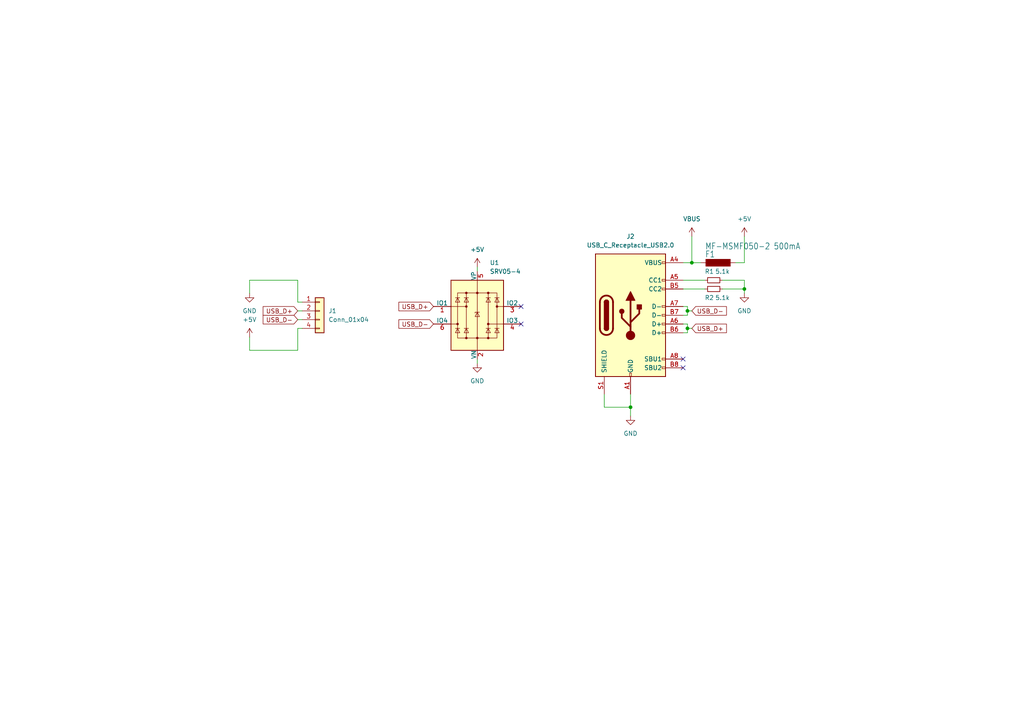
<source format=kicad_sch>
(kicad_sch (version 20230121) (generator eeschema)

  (uuid 98c574d5-c74a-4038-abd3-a05a2c532b24)

  (paper "A4")

  (lib_symbols
    (symbol "Connector:USB_C_Receptacle_USB2.0" (pin_names (offset 1.016)) (in_bom yes) (on_board yes)
      (property "Reference" "J" (at -10.16 19.05 0)
        (effects (font (size 1.27 1.27)) (justify left))
      )
      (property "Value" "USB_C_Receptacle_USB2.0" (at 19.05 19.05 0)
        (effects (font (size 1.27 1.27)) (justify right))
      )
      (property "Footprint" "" (at 3.81 0 0)
        (effects (font (size 1.27 1.27)) hide)
      )
      (property "Datasheet" "https://www.usb.org/sites/default/files/documents/usb_type-c.zip" (at 3.81 0 0)
        (effects (font (size 1.27 1.27)) hide)
      )
      (property "ki_keywords" "usb universal serial bus type-C USB2.0" (at 0 0 0)
        (effects (font (size 1.27 1.27)) hide)
      )
      (property "ki_description" "USB 2.0-only Type-C Receptacle connector" (at 0 0 0)
        (effects (font (size 1.27 1.27)) hide)
      )
      (property "ki_fp_filters" "USB*C*Receptacle*" (at 0 0 0)
        (effects (font (size 1.27 1.27)) hide)
      )
      (symbol "USB_C_Receptacle_USB2.0_0_0"
        (rectangle (start -0.254 -17.78) (end 0.254 -16.764)
          (stroke (width 0) (type default))
          (fill (type none))
        )
        (rectangle (start 10.16 -14.986) (end 9.144 -15.494)
          (stroke (width 0) (type default))
          (fill (type none))
        )
        (rectangle (start 10.16 -12.446) (end 9.144 -12.954)
          (stroke (width 0) (type default))
          (fill (type none))
        )
        (rectangle (start 10.16 -4.826) (end 9.144 -5.334)
          (stroke (width 0) (type default))
          (fill (type none))
        )
        (rectangle (start 10.16 -2.286) (end 9.144 -2.794)
          (stroke (width 0) (type default))
          (fill (type none))
        )
        (rectangle (start 10.16 0.254) (end 9.144 -0.254)
          (stroke (width 0) (type default))
          (fill (type none))
        )
        (rectangle (start 10.16 2.794) (end 9.144 2.286)
          (stroke (width 0) (type default))
          (fill (type none))
        )
        (rectangle (start 10.16 7.874) (end 9.144 7.366)
          (stroke (width 0) (type default))
          (fill (type none))
        )
        (rectangle (start 10.16 10.414) (end 9.144 9.906)
          (stroke (width 0) (type default))
          (fill (type none))
        )
        (rectangle (start 10.16 15.494) (end 9.144 14.986)
          (stroke (width 0) (type default))
          (fill (type none))
        )
      )
      (symbol "USB_C_Receptacle_USB2.0_0_1"
        (rectangle (start -10.16 17.78) (end 10.16 -17.78)
          (stroke (width 0.254) (type default))
          (fill (type background))
        )
        (arc (start -8.89 -3.81) (mid -6.985 -5.7067) (end -5.08 -3.81)
          (stroke (width 0.508) (type default))
          (fill (type none))
        )
        (arc (start -7.62 -3.81) (mid -6.985 -4.4423) (end -6.35 -3.81)
          (stroke (width 0.254) (type default))
          (fill (type none))
        )
        (arc (start -7.62 -3.81) (mid -6.985 -4.4423) (end -6.35 -3.81)
          (stroke (width 0.254) (type default))
          (fill (type outline))
        )
        (rectangle (start -7.62 -3.81) (end -6.35 3.81)
          (stroke (width 0.254) (type default))
          (fill (type outline))
        )
        (arc (start -6.35 3.81) (mid -6.985 4.4423) (end -7.62 3.81)
          (stroke (width 0.254) (type default))
          (fill (type none))
        )
        (arc (start -6.35 3.81) (mid -6.985 4.4423) (end -7.62 3.81)
          (stroke (width 0.254) (type default))
          (fill (type outline))
        )
        (arc (start -5.08 3.81) (mid -6.985 5.7067) (end -8.89 3.81)
          (stroke (width 0.508) (type default))
          (fill (type none))
        )
        (circle (center -2.54 1.143) (radius 0.635)
          (stroke (width 0.254) (type default))
          (fill (type outline))
        )
        (circle (center 0 -5.842) (radius 1.27)
          (stroke (width 0) (type default))
          (fill (type outline))
        )
        (polyline
          (pts
            (xy -8.89 -3.81)
            (xy -8.89 3.81)
          )
          (stroke (width 0.508) (type default))
          (fill (type none))
        )
        (polyline
          (pts
            (xy -5.08 3.81)
            (xy -5.08 -3.81)
          )
          (stroke (width 0.508) (type default))
          (fill (type none))
        )
        (polyline
          (pts
            (xy 0 -5.842)
            (xy 0 4.318)
          )
          (stroke (width 0.508) (type default))
          (fill (type none))
        )
        (polyline
          (pts
            (xy 0 -3.302)
            (xy -2.54 -0.762)
            (xy -2.54 0.508)
          )
          (stroke (width 0.508) (type default))
          (fill (type none))
        )
        (polyline
          (pts
            (xy 0 -2.032)
            (xy 2.54 0.508)
            (xy 2.54 1.778)
          )
          (stroke (width 0.508) (type default))
          (fill (type none))
        )
        (polyline
          (pts
            (xy -1.27 4.318)
            (xy 0 6.858)
            (xy 1.27 4.318)
            (xy -1.27 4.318)
          )
          (stroke (width 0.254) (type default))
          (fill (type outline))
        )
        (rectangle (start 1.905 1.778) (end 3.175 3.048)
          (stroke (width 0.254) (type default))
          (fill (type outline))
        )
      )
      (symbol "USB_C_Receptacle_USB2.0_1_1"
        (pin passive line (at 0 -22.86 90) (length 5.08)
          (name "GND" (effects (font (size 1.27 1.27))))
          (number "A1" (effects (font (size 1.27 1.27))))
        )
        (pin passive line (at 0 -22.86 90) (length 5.08) hide
          (name "GND" (effects (font (size 1.27 1.27))))
          (number "A12" (effects (font (size 1.27 1.27))))
        )
        (pin passive line (at 15.24 15.24 180) (length 5.08)
          (name "VBUS" (effects (font (size 1.27 1.27))))
          (number "A4" (effects (font (size 1.27 1.27))))
        )
        (pin bidirectional line (at 15.24 10.16 180) (length 5.08)
          (name "CC1" (effects (font (size 1.27 1.27))))
          (number "A5" (effects (font (size 1.27 1.27))))
        )
        (pin bidirectional line (at 15.24 -2.54 180) (length 5.08)
          (name "D+" (effects (font (size 1.27 1.27))))
          (number "A6" (effects (font (size 1.27 1.27))))
        )
        (pin bidirectional line (at 15.24 2.54 180) (length 5.08)
          (name "D-" (effects (font (size 1.27 1.27))))
          (number "A7" (effects (font (size 1.27 1.27))))
        )
        (pin bidirectional line (at 15.24 -12.7 180) (length 5.08)
          (name "SBU1" (effects (font (size 1.27 1.27))))
          (number "A8" (effects (font (size 1.27 1.27))))
        )
        (pin passive line (at 15.24 15.24 180) (length 5.08) hide
          (name "VBUS" (effects (font (size 1.27 1.27))))
          (number "A9" (effects (font (size 1.27 1.27))))
        )
        (pin passive line (at 0 -22.86 90) (length 5.08) hide
          (name "GND" (effects (font (size 1.27 1.27))))
          (number "B1" (effects (font (size 1.27 1.27))))
        )
        (pin passive line (at 0 -22.86 90) (length 5.08) hide
          (name "GND" (effects (font (size 1.27 1.27))))
          (number "B12" (effects (font (size 1.27 1.27))))
        )
        (pin passive line (at 15.24 15.24 180) (length 5.08) hide
          (name "VBUS" (effects (font (size 1.27 1.27))))
          (number "B4" (effects (font (size 1.27 1.27))))
        )
        (pin bidirectional line (at 15.24 7.62 180) (length 5.08)
          (name "CC2" (effects (font (size 1.27 1.27))))
          (number "B5" (effects (font (size 1.27 1.27))))
        )
        (pin bidirectional line (at 15.24 -5.08 180) (length 5.08)
          (name "D+" (effects (font (size 1.27 1.27))))
          (number "B6" (effects (font (size 1.27 1.27))))
        )
        (pin bidirectional line (at 15.24 0 180) (length 5.08)
          (name "D-" (effects (font (size 1.27 1.27))))
          (number "B7" (effects (font (size 1.27 1.27))))
        )
        (pin bidirectional line (at 15.24 -15.24 180) (length 5.08)
          (name "SBU2" (effects (font (size 1.27 1.27))))
          (number "B8" (effects (font (size 1.27 1.27))))
        )
        (pin passive line (at 15.24 15.24 180) (length 5.08) hide
          (name "VBUS" (effects (font (size 1.27 1.27))))
          (number "B9" (effects (font (size 1.27 1.27))))
        )
        (pin passive line (at -7.62 -22.86 90) (length 5.08)
          (name "SHIELD" (effects (font (size 1.27 1.27))))
          (number "S1" (effects (font (size 1.27 1.27))))
        )
      )
    )
    (symbol "Connector_Generic:Conn_01x04" (pin_names (offset 1.016) hide) (in_bom yes) (on_board yes)
      (property "Reference" "J" (at 0 5.08 0)
        (effects (font (size 1.27 1.27)))
      )
      (property "Value" "Conn_01x04" (at 0 -7.62 0)
        (effects (font (size 1.27 1.27)))
      )
      (property "Footprint" "" (at 0 0 0)
        (effects (font (size 1.27 1.27)) hide)
      )
      (property "Datasheet" "~" (at 0 0 0)
        (effects (font (size 1.27 1.27)) hide)
      )
      (property "ki_keywords" "connector" (at 0 0 0)
        (effects (font (size 1.27 1.27)) hide)
      )
      (property "ki_description" "Generic connector, single row, 01x04, script generated (kicad-library-utils/schlib/autogen/connector/)" (at 0 0 0)
        (effects (font (size 1.27 1.27)) hide)
      )
      (property "ki_fp_filters" "Connector*:*_1x??_*" (at 0 0 0)
        (effects (font (size 1.27 1.27)) hide)
      )
      (symbol "Conn_01x04_1_1"
        (rectangle (start -1.27 -4.953) (end 0 -5.207)
          (stroke (width 0.1524) (type default))
          (fill (type none))
        )
        (rectangle (start -1.27 -2.413) (end 0 -2.667)
          (stroke (width 0.1524) (type default))
          (fill (type none))
        )
        (rectangle (start -1.27 0.127) (end 0 -0.127)
          (stroke (width 0.1524) (type default))
          (fill (type none))
        )
        (rectangle (start -1.27 2.667) (end 0 2.413)
          (stroke (width 0.1524) (type default))
          (fill (type none))
        )
        (rectangle (start -1.27 3.81) (end 1.27 -6.35)
          (stroke (width 0.254) (type default))
          (fill (type background))
        )
        (pin passive line (at -5.08 2.54 0) (length 3.81)
          (name "Pin_1" (effects (font (size 1.27 1.27))))
          (number "1" (effects (font (size 1.27 1.27))))
        )
        (pin passive line (at -5.08 0 0) (length 3.81)
          (name "Pin_2" (effects (font (size 1.27 1.27))))
          (number "2" (effects (font (size 1.27 1.27))))
        )
        (pin passive line (at -5.08 -2.54 0) (length 3.81)
          (name "Pin_3" (effects (font (size 1.27 1.27))))
          (number "3" (effects (font (size 1.27 1.27))))
        )
        (pin passive line (at -5.08 -5.08 0) (length 3.81)
          (name "Pin_4" (effects (font (size 1.27 1.27))))
          (number "4" (effects (font (size 1.27 1.27))))
        )
      )
    )
    (symbol "Device:R_Small" (pin_numbers hide) (pin_names (offset 0.254) hide) (in_bom yes) (on_board yes)
      (property "Reference" "R" (at 0.762 0.508 0)
        (effects (font (size 1.27 1.27)) (justify left))
      )
      (property "Value" "R_Small" (at 0.762 -1.016 0)
        (effects (font (size 1.27 1.27)) (justify left))
      )
      (property "Footprint" "" (at 0 0 0)
        (effects (font (size 1.27 1.27)) hide)
      )
      (property "Datasheet" "~" (at 0 0 0)
        (effects (font (size 1.27 1.27)) hide)
      )
      (property "ki_keywords" "R resistor" (at 0 0 0)
        (effects (font (size 1.27 1.27)) hide)
      )
      (property "ki_description" "Resistor, small symbol" (at 0 0 0)
        (effects (font (size 1.27 1.27)) hide)
      )
      (property "ki_fp_filters" "R_*" (at 0 0 0)
        (effects (font (size 1.27 1.27)) hide)
      )
      (symbol "R_Small_0_1"
        (rectangle (start -0.762 1.778) (end 0.762 -1.778)
          (stroke (width 0.2032) (type default))
          (fill (type none))
        )
      )
      (symbol "R_Small_1_1"
        (pin passive line (at 0 2.54 270) (length 0.762)
          (name "~" (effects (font (size 1.27 1.27))))
          (number "1" (effects (font (size 1.27 1.27))))
        )
        (pin passive line (at 0 -2.54 90) (length 0.762)
          (name "~" (effects (font (size 1.27 1.27))))
          (number "2" (effects (font (size 1.27 1.27))))
        )
      )
    )
    (symbol "Leonardo_Rev3e:L-EUL1812" (in_bom yes) (on_board yes)
      (property "Reference" "L" (at -1.4986 -3.81 90)
        (effects (font (size 1.778 1.5113)) (justify left bottom))
      )
      (property "Value" "L-EUL1812" (at 3.302 -3.81 90)
        (effects (font (size 1.778 1.5113)) (justify left bottom))
      )
      (property "Footprint" "Leonardo_Rev3e:L1812" (at 0 0 0)
        (effects (font (size 1.27 1.27)) hide)
      )
      (property "Datasheet" "" (at 0 0 0)
        (effects (font (size 1.27 1.27)) hide)
      )
      (property "ki_locked" "" (at 0 0 0)
        (effects (font (size 1.27 1.27)))
      )
      (symbol "L-EUL1812_1_0"
        (rectangle (start -1.016 -3.556) (end 1.016 3.556)
          (stroke (width 0) (type default))
          (fill (type outline))
        )
        (pin passive line (at 0 5.08 270) (length 2.54)
          (name "1" (effects (font (size 0 0))))
          (number "1" (effects (font (size 0 0))))
        )
        (pin passive line (at 0 -5.08 90) (length 2.54)
          (name "2" (effects (font (size 0 0))))
          (number "2" (effects (font (size 0 0))))
        )
      )
    )
    (symbol "PCM_marbastlib-various:SRV05-4" (pin_names (offset 0)) (in_bom yes) (on_board yes)
      (property "Reference" "U" (at -5.08 11.43 0)
        (effects (font (size 1.27 1.27)) (justify right))
      )
      (property "Value" "SRV05-4" (at 2.54 11.43 0)
        (effects (font (size 1.27 1.27)) (justify left))
      )
      (property "Footprint" "PCM_marbastlib-various:SOT-23-6-routable" (at 17.78 -11.43 0)
        (effects (font (size 1.27 1.27)) hide)
      )
      (property "Datasheet" "http://www.onsemi.com/pub/Collateral/SRV05-4-D.PDF" (at 0 0 0)
        (effects (font (size 1.27 1.27)) hide)
      )
      (property "ki_keywords" "ESD protection diodes" (at 0 0 0)
        (effects (font (size 1.27 1.27)) hide)
      )
      (property "ki_description" "ESD Protection Diodes with Low Clamping Voltage, SOT-23-6" (at 0 0 0)
        (effects (font (size 1.27 1.27)) hide)
      )
      (property "ki_fp_filters" "SOT?23*" (at 0 0 0)
        (effects (font (size 1.27 1.27)) hide)
      )
      (symbol "SRV05-4_0_0"
        (rectangle (start -5.715 6.477) (end 5.715 -6.604)
          (stroke (width 0) (type default))
          (fill (type none))
        )
        (polyline
          (pts
            (xy -3.175 -6.604)
            (xy -3.175 6.477)
          )
          (stroke (width 0) (type default))
          (fill (type none))
        )
        (polyline
          (pts
            (xy 3.175 6.477)
            (xy 3.175 -6.604)
          )
          (stroke (width 0) (type default))
          (fill (type none))
        )
      )
      (symbol "SRV05-4_0_1"
        (rectangle (start -7.62 10.16) (end 7.62 -10.16)
          (stroke (width 0.254) (type default))
          (fill (type background))
        )
        (circle (center -5.715 -2.54) (radius 0.2794)
          (stroke (width 0) (type default))
          (fill (type outline))
        )
        (circle (center -3.175 -6.604) (radius 0.2794)
          (stroke (width 0) (type default))
          (fill (type outline))
        )
        (circle (center -3.175 2.54) (radius 0.2794)
          (stroke (width 0) (type default))
          (fill (type outline))
        )
        (circle (center -3.175 6.477) (radius 0.2794)
          (stroke (width 0) (type default))
          (fill (type outline))
        )
        (circle (center 0 -6.604) (radius 0.2794)
          (stroke (width 0) (type default))
          (fill (type outline))
        )
        (polyline
          (pts
            (xy -7.747 2.54)
            (xy -3.175 2.54)
          )
          (stroke (width 0) (type default))
          (fill (type none))
        )
        (polyline
          (pts
            (xy -7.62 -2.54)
            (xy -5.715 -2.54)
          )
          (stroke (width 0) (type default))
          (fill (type none))
        )
        (polyline
          (pts
            (xy -5.08 -3.81)
            (xy -6.35 -3.81)
          )
          (stroke (width 0) (type default))
          (fill (type none))
        )
        (polyline
          (pts
            (xy -5.08 5.08)
            (xy -6.35 5.08)
          )
          (stroke (width 0) (type default))
          (fill (type none))
        )
        (polyline
          (pts
            (xy -2.54 -3.81)
            (xy -3.81 -3.81)
          )
          (stroke (width 0) (type default))
          (fill (type none))
        )
        (polyline
          (pts
            (xy -2.54 5.08)
            (xy -3.81 5.08)
          )
          (stroke (width 0) (type default))
          (fill (type none))
        )
        (polyline
          (pts
            (xy 0 10.16)
            (xy 0 -10.16)
          )
          (stroke (width 0) (type default))
          (fill (type none))
        )
        (polyline
          (pts
            (xy 3.81 -3.81)
            (xy 2.54 -3.81)
          )
          (stroke (width 0) (type default))
          (fill (type none))
        )
        (polyline
          (pts
            (xy 3.81 5.08)
            (xy 2.54 5.08)
          )
          (stroke (width 0) (type default))
          (fill (type none))
        )
        (polyline
          (pts
            (xy 6.35 -3.81)
            (xy 5.08 -3.81)
          )
          (stroke (width 0) (type default))
          (fill (type none))
        )
        (polyline
          (pts
            (xy 6.35 5.08)
            (xy 5.08 5.08)
          )
          (stroke (width 0) (type default))
          (fill (type none))
        )
        (polyline
          (pts
            (xy 7.62 -2.54)
            (xy 3.175 -2.54)
          )
          (stroke (width 0) (type default))
          (fill (type none))
        )
        (polyline
          (pts
            (xy 7.62 2.54)
            (xy 5.715 2.54)
          )
          (stroke (width 0) (type default))
          (fill (type none))
        )
        (polyline
          (pts
            (xy 0.635 0.889)
            (xy -0.635 0.889)
            (xy -0.635 0.635)
          )
          (stroke (width 0) (type default))
          (fill (type none))
        )
        (polyline
          (pts
            (xy -5.08 -5.08)
            (xy -6.35 -5.08)
            (xy -5.715 -3.81)
            (xy -5.08 -5.08)
          )
          (stroke (width 0) (type default))
          (fill (type none))
        )
        (polyline
          (pts
            (xy -5.08 3.81)
            (xy -6.35 3.81)
            (xy -5.715 5.08)
            (xy -5.08 3.81)
          )
          (stroke (width 0) (type default))
          (fill (type none))
        )
        (polyline
          (pts
            (xy -2.54 -5.08)
            (xy -3.81 -5.08)
            (xy -3.175 -3.81)
            (xy -2.54 -5.08)
          )
          (stroke (width 0) (type default))
          (fill (type none))
        )
        (polyline
          (pts
            (xy -2.54 3.81)
            (xy -3.81 3.81)
            (xy -3.175 5.08)
            (xy -2.54 3.81)
          )
          (stroke (width 0) (type default))
          (fill (type none))
        )
        (polyline
          (pts
            (xy 0.635 -0.381)
            (xy -0.635 -0.381)
            (xy 0 0.889)
            (xy 0.635 -0.381)
          )
          (stroke (width 0) (type default))
          (fill (type none))
        )
        (polyline
          (pts
            (xy 3.81 -5.08)
            (xy 2.54 -5.08)
            (xy 3.175 -3.81)
            (xy 3.81 -5.08)
          )
          (stroke (width 0) (type default))
          (fill (type none))
        )
        (polyline
          (pts
            (xy 3.81 3.81)
            (xy 2.54 3.81)
            (xy 3.175 5.08)
            (xy 3.81 3.81)
          )
          (stroke (width 0) (type default))
          (fill (type none))
        )
        (polyline
          (pts
            (xy 6.35 -5.08)
            (xy 5.08 -5.08)
            (xy 5.715 -3.81)
            (xy 6.35 -5.08)
          )
          (stroke (width 0) (type default))
          (fill (type none))
        )
        (polyline
          (pts
            (xy 6.35 3.81)
            (xy 5.08 3.81)
            (xy 5.715 5.08)
            (xy 6.35 3.81)
          )
          (stroke (width 0) (type default))
          (fill (type none))
        )
        (circle (center 0 6.477) (radius 0.2794)
          (stroke (width 0) (type default))
          (fill (type outline))
        )
        (circle (center 3.175 -6.604) (radius 0.2794)
          (stroke (width 0) (type default))
          (fill (type outline))
        )
        (circle (center 3.175 -2.54) (radius 0.2794)
          (stroke (width 0) (type default))
          (fill (type outline))
        )
        (circle (center 3.175 6.477) (radius 0.2794)
          (stroke (width 0) (type default))
          (fill (type outline))
        )
        (circle (center 5.715 2.54) (radius 0.2794)
          (stroke (width 0) (type default))
          (fill (type outline))
        )
      )
      (symbol "SRV05-4_1_1"
        (pin passive line (at -12.7 2.54 0) (length 5.08)
          (name "IO1" (effects (font (size 1.27 1.27))))
          (number "1" (effects (font (size 1.27 1.27))))
        )
        (pin passive line (at 0 -12.7 90) (length 2.54)
          (name "VN" (effects (font (size 1.27 1.27))))
          (number "2" (effects (font (size 1.27 1.27))))
        )
        (pin passive line (at 12.7 2.54 180) (length 5.08)
          (name "IO2" (effects (font (size 1.27 1.27))))
          (number "3" (effects (font (size 1.27 1.27))))
        )
        (pin passive line (at 12.7 -2.54 180) (length 5.08)
          (name "IO3" (effects (font (size 1.27 1.27))))
          (number "4" (effects (font (size 1.27 1.27))))
        )
        (pin passive line (at 0 12.7 270) (length 2.54)
          (name "VP" (effects (font (size 1.27 1.27))))
          (number "5" (effects (font (size 1.27 1.27))))
        )
        (pin passive line (at -12.7 -2.54 0) (length 5.08)
          (name "IO4" (effects (font (size 1.27 1.27))))
          (number "6" (effects (font (size 1.27 1.27))))
        )
      )
    )
    (symbol "power:+5V" (power) (pin_names (offset 0)) (in_bom yes) (on_board yes)
      (property "Reference" "#PWR" (at 0 -3.81 0)
        (effects (font (size 1.27 1.27)) hide)
      )
      (property "Value" "+5V" (at 0 3.556 0)
        (effects (font (size 1.27 1.27)))
      )
      (property "Footprint" "" (at 0 0 0)
        (effects (font (size 1.27 1.27)) hide)
      )
      (property "Datasheet" "" (at 0 0 0)
        (effects (font (size 1.27 1.27)) hide)
      )
      (property "ki_keywords" "global power" (at 0 0 0)
        (effects (font (size 1.27 1.27)) hide)
      )
      (property "ki_description" "Power symbol creates a global label with name \"+5V\"" (at 0 0 0)
        (effects (font (size 1.27 1.27)) hide)
      )
      (symbol "+5V_0_1"
        (polyline
          (pts
            (xy -0.762 1.27)
            (xy 0 2.54)
          )
          (stroke (width 0) (type default))
          (fill (type none))
        )
        (polyline
          (pts
            (xy 0 0)
            (xy 0 2.54)
          )
          (stroke (width 0) (type default))
          (fill (type none))
        )
        (polyline
          (pts
            (xy 0 2.54)
            (xy 0.762 1.27)
          )
          (stroke (width 0) (type default))
          (fill (type none))
        )
      )
      (symbol "+5V_1_1"
        (pin power_in line (at 0 0 90) (length 0) hide
          (name "+5V" (effects (font (size 1.27 1.27))))
          (number "1" (effects (font (size 1.27 1.27))))
        )
      )
    )
    (symbol "power:GND" (power) (pin_names (offset 0)) (in_bom yes) (on_board yes)
      (property "Reference" "#PWR" (at 0 -6.35 0)
        (effects (font (size 1.27 1.27)) hide)
      )
      (property "Value" "GND" (at 0 -3.81 0)
        (effects (font (size 1.27 1.27)))
      )
      (property "Footprint" "" (at 0 0 0)
        (effects (font (size 1.27 1.27)) hide)
      )
      (property "Datasheet" "" (at 0 0 0)
        (effects (font (size 1.27 1.27)) hide)
      )
      (property "ki_keywords" "global power" (at 0 0 0)
        (effects (font (size 1.27 1.27)) hide)
      )
      (property "ki_description" "Power symbol creates a global label with name \"GND\" , ground" (at 0 0 0)
        (effects (font (size 1.27 1.27)) hide)
      )
      (symbol "GND_0_1"
        (polyline
          (pts
            (xy 0 0)
            (xy 0 -1.27)
            (xy 1.27 -1.27)
            (xy 0 -2.54)
            (xy -1.27 -1.27)
            (xy 0 -1.27)
          )
          (stroke (width 0) (type default))
          (fill (type none))
        )
      )
      (symbol "GND_1_1"
        (pin power_in line (at 0 0 270) (length 0) hide
          (name "GND" (effects (font (size 1.27 1.27))))
          (number "1" (effects (font (size 1.27 1.27))))
        )
      )
    )
    (symbol "power:VBUS" (power) (pin_names (offset 0)) (in_bom yes) (on_board yes)
      (property "Reference" "#PWR" (at 0 -3.81 0)
        (effects (font (size 1.27 1.27)) hide)
      )
      (property "Value" "VBUS" (at 0 3.81 0)
        (effects (font (size 1.27 1.27)))
      )
      (property "Footprint" "" (at 0 0 0)
        (effects (font (size 1.27 1.27)) hide)
      )
      (property "Datasheet" "" (at 0 0 0)
        (effects (font (size 1.27 1.27)) hide)
      )
      (property "ki_keywords" "global power" (at 0 0 0)
        (effects (font (size 1.27 1.27)) hide)
      )
      (property "ki_description" "Power symbol creates a global label with name \"VBUS\"" (at 0 0 0)
        (effects (font (size 1.27 1.27)) hide)
      )
      (symbol "VBUS_0_1"
        (polyline
          (pts
            (xy -0.762 1.27)
            (xy 0 2.54)
          )
          (stroke (width 0) (type default))
          (fill (type none))
        )
        (polyline
          (pts
            (xy 0 0)
            (xy 0 2.54)
          )
          (stroke (width 0) (type default))
          (fill (type none))
        )
        (polyline
          (pts
            (xy 0 2.54)
            (xy 0.762 1.27)
          )
          (stroke (width 0) (type default))
          (fill (type none))
        )
      )
      (symbol "VBUS_1_1"
        (pin power_in line (at 0 0 90) (length 0) hide
          (name "VBUS" (effects (font (size 1.27 1.27))))
          (number "1" (effects (font (size 1.27 1.27))))
        )
      )
    )
  )

  (junction (at 199.39 90.17) (diameter 0) (color 0 0 0 0)
    (uuid 2aa7f90a-f0ad-4520-aca1-55a352cbf532)
  )
  (junction (at 215.9 83.82) (diameter 0) (color 0 0 0 0)
    (uuid a8d929fd-f6d3-4be6-bcfa-dbea746b6c69)
  )
  (junction (at 200.66 76.2) (diameter 0) (color 0 0 0 0)
    (uuid c6471bff-3950-4400-8830-03271163801f)
  )
  (junction (at 199.39 95.25) (diameter 0) (color 0 0 0 0)
    (uuid e7a8bb23-5025-49aa-8a60-bd3dd71d027c)
  )
  (junction (at 182.88 118.11) (diameter 0) (color 0 0 0 0)
    (uuid fe621fe7-74f3-44fd-8569-31ed3cbc8eec)
  )

  (no_connect (at 198.12 104.14) (uuid 187a1ad4-24b7-495d-86cf-eaefdb0208b9))
  (no_connect (at 151.13 93.98) (uuid 8e443315-4c6e-42f9-b305-0bf221a2ac8d))
  (no_connect (at 198.12 106.68) (uuid c37afe29-15d8-41fc-ad4d-38bb509be8c9))
  (no_connect (at 151.13 88.9) (uuid f9e44c65-fbe5-44de-a267-897cc52afcc1))

  (wire (pts (xy 215.9 85.09) (xy 215.9 83.82))
    (stroke (width 0) (type default))
    (uuid 0437ff5f-12a2-4487-8ac8-8997b5b77131)
  )
  (wire (pts (xy 200.66 76.2) (xy 203.2 76.2))
    (stroke (width 0) (type default))
    (uuid 0e13e1c2-b4d2-489e-9f58-0cd93ebf1d2a)
  )
  (wire (pts (xy 198.12 81.28) (xy 204.47 81.28))
    (stroke (width 0) (type default))
    (uuid 11413bc9-c81d-42d2-ae30-34712bbb0bde)
  )
  (wire (pts (xy 215.9 76.2) (xy 215.9 68.58))
    (stroke (width 0) (type default))
    (uuid 136f07cf-7e4d-4a33-af89-11ec72ef2cc7)
  )
  (wire (pts (xy 200.66 68.58) (xy 200.66 76.2))
    (stroke (width 0) (type default))
    (uuid 1ebee0d5-d74d-491b-91e9-77b839b9c6c3)
  )
  (wire (pts (xy 198.12 96.52) (xy 199.39 96.52))
    (stroke (width 0) (type default))
    (uuid 222c4b3f-6188-4205-a620-221da4a3665e)
  )
  (wire (pts (xy 209.55 83.82) (xy 215.9 83.82))
    (stroke (width 0) (type default))
    (uuid 2a71394f-1260-411b-a3c2-2aa8883463bd)
  )
  (wire (pts (xy 198.12 83.82) (xy 204.47 83.82))
    (stroke (width 0) (type default))
    (uuid 2ace07ea-48ce-421f-8a60-7df8d2255c0b)
  )
  (wire (pts (xy 199.39 91.44) (xy 199.39 90.17))
    (stroke (width 0) (type default))
    (uuid 2cb5f3de-faf9-49e3-8443-54da7f776904)
  )
  (wire (pts (xy 175.26 118.11) (xy 182.88 118.11))
    (stroke (width 0) (type default))
    (uuid 346a4abb-41d5-4667-8fc2-265bb6d7947c)
  )
  (wire (pts (xy 182.88 118.11) (xy 182.88 120.65))
    (stroke (width 0) (type default))
    (uuid 390c59d5-7982-4b6c-9c47-a39c6472a65a)
  )
  (wire (pts (xy 199.39 96.52) (xy 199.39 95.25))
    (stroke (width 0) (type default))
    (uuid 425bc5e7-177f-4120-a61a-7d1753681b02)
  )
  (wire (pts (xy 72.39 101.6) (xy 86.36 101.6))
    (stroke (width 0) (type default))
    (uuid 42da4cb4-48a8-48b6-b833-6e4726e0d5c7)
  )
  (wire (pts (xy 198.12 88.9) (xy 199.39 88.9))
    (stroke (width 0) (type default))
    (uuid 4c779543-a1d2-49c1-b74f-da509dea9e00)
  )
  (wire (pts (xy 182.88 114.3) (xy 182.88 118.11))
    (stroke (width 0) (type default))
    (uuid 4de72759-6369-4e64-a9d8-ae844d67b00a)
  )
  (wire (pts (xy 72.39 97.79) (xy 72.39 101.6))
    (stroke (width 0) (type default))
    (uuid 4e34bd03-3fb0-4763-b86a-0ec9f79ebf07)
  )
  (wire (pts (xy 198.12 76.2) (xy 200.66 76.2))
    (stroke (width 0) (type default))
    (uuid 616df4a6-b7a7-4bbb-94ad-186a0e3e1a8e)
  )
  (wire (pts (xy 138.43 104.14) (xy 138.43 105.41))
    (stroke (width 0) (type default))
    (uuid 6337c4ae-effe-43d1-a364-90a7f6f6173a)
  )
  (wire (pts (xy 86.36 92.71) (xy 87.63 92.71))
    (stroke (width 0) (type default))
    (uuid 681da489-4d4b-4d05-a2ca-acfdfd4841d7)
  )
  (wire (pts (xy 175.26 114.3) (xy 175.26 118.11))
    (stroke (width 0) (type default))
    (uuid 703c9797-a841-46f6-a667-dc45a7f73b51)
  )
  (wire (pts (xy 86.36 87.63) (xy 87.63 87.63))
    (stroke (width 0) (type default))
    (uuid 87985d02-c1bc-47b8-a9ba-e33da44a3e2d)
  )
  (wire (pts (xy 86.36 81.28) (xy 72.39 81.28))
    (stroke (width 0) (type default))
    (uuid 8b588858-2fab-4299-bc4b-b71102f3eca6)
  )
  (wire (pts (xy 209.55 81.28) (xy 215.9 81.28))
    (stroke (width 0) (type default))
    (uuid 8c368fe9-fcd9-43ee-ad66-f3249f8811ac)
  )
  (wire (pts (xy 215.9 81.28) (xy 215.9 83.82))
    (stroke (width 0) (type default))
    (uuid 95fce68d-49d4-4b71-87a2-e07b3636104a)
  )
  (wire (pts (xy 86.36 95.25) (xy 86.36 101.6))
    (stroke (width 0) (type default))
    (uuid 9d456def-2e4e-4405-aa64-b44718e80c0c)
  )
  (wire (pts (xy 199.39 95.25) (xy 199.39 93.98))
    (stroke (width 0) (type default))
    (uuid ab3685a9-f1a8-4c59-bb40-75c912cb2b02)
  )
  (wire (pts (xy 87.63 95.25) (xy 86.36 95.25))
    (stroke (width 0) (type default))
    (uuid afc67a83-79a9-467f-be8d-7c6445f46b18)
  )
  (wire (pts (xy 199.39 93.98) (xy 198.12 93.98))
    (stroke (width 0) (type default))
    (uuid b8b560d3-eb35-4f21-b353-9d3e5fc1becd)
  )
  (wire (pts (xy 199.39 95.25) (xy 200.66 95.25))
    (stroke (width 0) (type default))
    (uuid b9fcc387-e037-47cb-bbbb-14173eea6300)
  )
  (wire (pts (xy 199.39 90.17) (xy 199.39 88.9))
    (stroke (width 0) (type default))
    (uuid cb737e1a-16f3-4f3f-986c-5f0e55e795dc)
  )
  (wire (pts (xy 86.36 90.17) (xy 87.63 90.17))
    (stroke (width 0) (type default))
    (uuid cd8b7468-6d7f-47ab-8d6d-55f2ed566599)
  )
  (wire (pts (xy 198.12 91.44) (xy 199.39 91.44))
    (stroke (width 0) (type default))
    (uuid d99f9eb6-f22c-4136-935c-9c1833ec76de)
  )
  (wire (pts (xy 200.66 90.17) (xy 199.39 90.17))
    (stroke (width 0) (type default))
    (uuid e3807ef2-0897-4e88-8969-528e58d2d809)
  )
  (wire (pts (xy 213.36 76.2) (xy 215.9 76.2))
    (stroke (width 0) (type default))
    (uuid e4dc3efe-f664-4480-a8b9-251358c5f25c)
  )
  (wire (pts (xy 138.43 77.47) (xy 138.43 78.74))
    (stroke (width 0) (type default))
    (uuid e78808ec-ca1f-4f88-889e-73321f82c764)
  )
  (wire (pts (xy 86.36 81.28) (xy 86.36 87.63))
    (stroke (width 0) (type default))
    (uuid ebb08c57-0bed-4fd4-b680-caf8af6347b6)
  )
  (wire (pts (xy 72.39 81.28) (xy 72.39 85.09))
    (stroke (width 0) (type default))
    (uuid f390f574-3c02-47ee-8160-35a11ae54543)
  )

  (global_label "USB_D+" (shape input) (at 86.36 90.17 180) (fields_autoplaced)
    (effects (font (size 1.27 1.27)) (justify right))
    (uuid 032bca4a-b509-41bc-9f36-59b874b7ee4d)
    (property "Intersheetrefs" "${INTERSHEET_REFS}" (at 75.7548 90.17 0)
      (effects (font (size 1.27 1.27)) (justify right) hide)
    )
  )
  (global_label "USB_D-" (shape input) (at 125.73 93.98 180) (fields_autoplaced)
    (effects (font (size 1.27 1.27)) (justify right))
    (uuid 14cbef0c-2fb1-4f8f-95f0-b483ca2bfff8)
    (property "Intersheetrefs" "${INTERSHEET_REFS}" (at 115.1248 93.98 0)
      (effects (font (size 1.27 1.27)) (justify right) hide)
    )
  )
  (global_label "USB_D+" (shape input) (at 125.73 88.9 180) (fields_autoplaced)
    (effects (font (size 1.27 1.27)) (justify right))
    (uuid 3e98ce52-9eaa-4b40-a216-75572902e2a5)
    (property "Intersheetrefs" "${INTERSHEET_REFS}" (at 115.1248 88.9 0)
      (effects (font (size 1.27 1.27)) (justify right) hide)
    )
  )
  (global_label "USB_D+" (shape input) (at 200.66 95.25 0) (fields_autoplaced)
    (effects (font (size 1.27 1.27)) (justify left))
    (uuid 3f903f78-343c-4dc7-89e7-61ca241594d5)
    (property "Intersheetrefs" "${INTERSHEET_REFS}" (at 211.2652 95.25 0)
      (effects (font (size 1.27 1.27)) (justify left) hide)
    )
  )
  (global_label "USB_D-" (shape input) (at 86.36 92.71 180) (fields_autoplaced)
    (effects (font (size 1.27 1.27)) (justify right))
    (uuid 860d327f-dd08-46d0-bcc2-89f694d1294b)
    (property "Intersheetrefs" "${INTERSHEET_REFS}" (at 75.7548 92.71 0)
      (effects (font (size 1.27 1.27)) (justify right) hide)
    )
  )
  (global_label "USB_D-" (shape input) (at 200.66 90.17 0) (fields_autoplaced)
    (effects (font (size 1.27 1.27)) (justify left))
    (uuid e21aabfa-3adc-4c35-9811-a5260f298a83)
    (property "Intersheetrefs" "${INTERSHEET_REFS}" (at 211.2652 90.17 0)
      (effects (font (size 1.27 1.27)) (justify left) hide)
    )
  )

  (symbol (lib_id "Device:R_Small") (at 207.01 81.28 90) (unit 1)
    (in_bom yes) (on_board yes) (dnp no)
    (uuid 15a35cfc-e357-453b-b15a-55806f524782)
    (property "Reference" "R3" (at 205.74 78.74 90)
      (effects (font (size 1.27 1.27)))
    )
    (property "Value" "5.1k" (at 209.55 78.74 90)
      (effects (font (size 1.27 1.27)))
    )
    (property "Footprint" "Resistor_SMD:R_0402_1005Metric" (at 207.01 81.28 0)
      (effects (font (size 1.27 1.27)) hide)
    )
    (property "Datasheet" "~" (at 207.01 81.28 0)
      (effects (font (size 1.27 1.27)) hide)
    )
    (pin "1" (uuid 0e6d0010-ca56-4159-8c22-09dc544baeb0))
    (pin "2" (uuid 970b0c43-fb15-44f6-8589-0480d8e25e2f))
    (instances
      (project "NEW"
        (path "/3cbd346f-f2f7-49f7-a092-ced5397d72c6"
          (reference "R3") (unit 1)
        )
      )
      (project "daughterboard_ver0.2"
        (path "/98c574d5-c74a-4038-abd3-a05a2c532b24"
          (reference "R1") (unit 1)
        )
      )
      (project "daughterboard"
        (path "/a7a726c5-2df0-4169-880c-ad4d9467e583"
          (reference "R3") (unit 1)
        )
      )
      (project "gear"
        (path "/b7ecd40f-fbd1-4363-aa36-fbfbff6aee59"
          (reference "R1") (unit 1)
        )
      )
    )
  )

  (symbol (lib_id "power:+5V") (at 72.39 97.79 0) (unit 1)
    (in_bom yes) (on_board yes) (dnp no) (fields_autoplaced)
    (uuid 2003a903-31e8-4194-a2ee-7639a9eb6f33)
    (property "Reference" "#PWR033" (at 72.39 101.6 0)
      (effects (font (size 1.27 1.27)) hide)
    )
    (property "Value" "+5V" (at 72.39 92.71 0)
      (effects (font (size 1.27 1.27)))
    )
    (property "Footprint" "" (at 72.39 97.79 0)
      (effects (font (size 1.27 1.27)) hide)
    )
    (property "Datasheet" "" (at 72.39 97.79 0)
      (effects (font (size 1.27 1.27)) hide)
    )
    (pin "1" (uuid 8e7a44d2-529e-4a2e-a216-6ac745872888))
    (instances
      (project "NEW"
        (path "/3cbd346f-f2f7-49f7-a092-ced5397d72c6"
          (reference "#PWR033") (unit 1)
        )
      )
      (project "daughterboard_ver0.2"
        (path "/98c574d5-c74a-4038-abd3-a05a2c532b24"
          (reference "#PWR06") (unit 1)
        )
      )
      (project "daughterboard"
        (path "/a7a726c5-2df0-4169-880c-ad4d9467e583"
          (reference "#PWR06") (unit 1)
        )
      )
      (project "gear"
        (path "/b7ecd40f-fbd1-4363-aa36-fbfbff6aee59"
          (reference "#PWR08") (unit 1)
        )
      )
    )
  )

  (symbol (lib_id "PCM_marbastlib-various:SRV05-4") (at 138.43 91.44 0) (unit 1)
    (in_bom yes) (on_board yes) (dnp no) (fields_autoplaced)
    (uuid 68fa55ed-070e-4632-adb3-bb8e6593be88)
    (property "Reference" "U2" (at 142.0561 76.2 0)
      (effects (font (size 1.27 1.27)) (justify left))
    )
    (property "Value" "SRV05-4" (at 142.0561 78.74 0)
      (effects (font (size 1.27 1.27)) (justify left))
    )
    (property "Footprint" "PCM_marbastlib-various:SOT-23-6-routable" (at 156.21 102.87 0)
      (effects (font (size 1.27 1.27)) hide)
    )
    (property "Datasheet" "http://www.onsemi.com/pub/Collateral/SRV05-4-D.PDF" (at 138.43 91.44 0)
      (effects (font (size 1.27 1.27)) hide)
    )
    (pin "1" (uuid 8a178499-18aa-4a5e-be46-14285647f8af))
    (pin "2" (uuid b8d46af1-1d87-4259-be17-403a07bb7eff))
    (pin "3" (uuid 8e9eb08c-1b51-4f23-acf2-3754b0b199ec))
    (pin "4" (uuid d965013e-60ad-47a8-9297-476fad8f7ec4))
    (pin "5" (uuid 8f07c552-68b8-4208-bbce-d3b9b07963b8))
    (pin "6" (uuid 0e388a0f-c5ee-44ee-ba5b-d5930efbe154))
    (instances
      (project "NEW"
        (path "/3cbd346f-f2f7-49f7-a092-ced5397d72c6"
          (reference "U2") (unit 1)
        )
      )
      (project "daughterboard_ver0.2"
        (path "/98c574d5-c74a-4038-abd3-a05a2c532b24"
          (reference "U1") (unit 1)
        )
      )
      (project "daughterboard"
        (path "/a7a726c5-2df0-4169-880c-ad4d9467e583"
          (reference "U2") (unit 1)
        )
      )
      (project "gear"
        (path "/b7ecd40f-fbd1-4363-aa36-fbfbff6aee59"
          (reference "U2") (unit 1)
        )
      )
    )
  )

  (symbol (lib_id "Connector:USB_C_Receptacle_USB2.0") (at 182.88 91.44 0) (unit 1)
    (in_bom yes) (on_board yes) (dnp no) (fields_autoplaced)
    (uuid 6d91da0b-c665-4d54-9ea2-30c049e004dd)
    (property "Reference" "J1" (at 182.88 68.58 0)
      (effects (font (size 1.27 1.27)))
    )
    (property "Value" "USB_C_Receptacle_USB2.0" (at 182.88 71.12 0)
      (effects (font (size 1.27 1.27)))
    )
    (property "Footprint" "Connector_USB:USB_C_Receptacle_HRO_TYPE-C-31-M-12" (at 186.69 91.44 0)
      (effects (font (size 1.27 1.27)) hide)
    )
    (property "Datasheet" "https://www.usb.org/sites/default/files/documents/usb_type-c.zip" (at 186.69 91.44 0)
      (effects (font (size 1.27 1.27)) hide)
    )
    (pin "A1" (uuid 377f772d-3952-4ac0-884a-8c2b7487dd1c))
    (pin "A12" (uuid 6f5fb5a4-c84c-449e-8b05-5a9bb59c3cdc))
    (pin "A4" (uuid ebde1384-9854-470e-bf90-c294ad842553))
    (pin "A5" (uuid f3820ffd-fa1a-4348-8922-79d091a77326))
    (pin "A6" (uuid 3eb7f101-2108-4566-ba33-c38e0aa20072))
    (pin "A7" (uuid d867d280-eea2-48a5-9f46-6f21ed1452a5))
    (pin "A8" (uuid 384d0e5f-7776-45be-b650-25315d000406))
    (pin "A9" (uuid a1b15b33-70ca-4521-ae5d-4b462c290d36))
    (pin "B1" (uuid d3db0126-f9a4-4ba0-bfba-d782446dcd5e))
    (pin "B12" (uuid 5ddb0cee-224e-4742-8030-7152b0a6be68))
    (pin "B4" (uuid adc4d156-8d40-4852-aed5-9bc2c25c3968))
    (pin "B5" (uuid 41c5a10d-9c52-4184-9b51-0fa575a770f6))
    (pin "B6" (uuid 0a8be691-1907-4e47-9e64-b2a9993d742d))
    (pin "B7" (uuid 5acc95bd-583c-4976-9aaa-5808acb15a84))
    (pin "B8" (uuid 043d82d4-9098-478c-a9ff-93899dc4c51f))
    (pin "B9" (uuid 6dfa12b5-575b-4cb0-9752-c5e0ed97ad3f))
    (pin "S1" (uuid 62036fe0-f963-4157-b303-cb0f1c65a1e6))
    (instances
      (project "NEW"
        (path "/3cbd346f-f2f7-49f7-a092-ced5397d72c6"
          (reference "J1") (unit 1)
        )
      )
      (project "daughterboard_ver0.2"
        (path "/98c574d5-c74a-4038-abd3-a05a2c532b24"
          (reference "J2") (unit 1)
        )
      )
      (project "daughterboard"
        (path "/a7a726c5-2df0-4169-880c-ad4d9467e583"
          (reference "J1") (unit 1)
        )
      )
      (project "gear"
        (path "/b7ecd40f-fbd1-4363-aa36-fbfbff6aee59"
          (reference "J1") (unit 1)
        )
      )
    )
  )

  (symbol (lib_id "power:GND") (at 182.88 120.65 0) (unit 1)
    (in_bom yes) (on_board yes) (dnp no) (fields_autoplaced)
    (uuid 7d29cfce-b8dc-44d1-ae5b-f3e570c36082)
    (property "Reference" "#PWR016" (at 182.88 127 0)
      (effects (font (size 1.27 1.27)) hide)
    )
    (property "Value" "GND" (at 182.88 125.73 0)
      (effects (font (size 1.27 1.27)))
    )
    (property "Footprint" "" (at 182.88 120.65 0)
      (effects (font (size 1.27 1.27)) hide)
    )
    (property "Datasheet" "" (at 182.88 120.65 0)
      (effects (font (size 1.27 1.27)) hide)
    )
    (pin "1" (uuid 5964bab8-dd0e-4527-b0d8-06fc29af459d))
    (instances
      (project "NEW"
        (path "/3cbd346f-f2f7-49f7-a092-ced5397d72c6"
          (reference "#PWR016") (unit 1)
        )
      )
      (project "daughterboard_ver0.2"
        (path "/98c574d5-c74a-4038-abd3-a05a2c532b24"
          (reference "#PWR08") (unit 1)
        )
      )
      (project "daughterboard"
        (path "/a7a726c5-2df0-4169-880c-ad4d9467e583"
          (reference "#PWR08") (unit 1)
        )
      )
      (project "gear"
        (path "/b7ecd40f-fbd1-4363-aa36-fbfbff6aee59"
          (reference "#PWR09") (unit 1)
        )
      )
    )
  )

  (symbol (lib_id "Leonardo_Rev3e:L-EUL1812") (at 208.28 76.2 270) (unit 1)
    (in_bom yes) (on_board yes) (dnp no)
    (uuid 94d34d07-3976-4992-9638-9d0267c4b3f2)
    (property "Reference" "F1" (at 204.47 74.7014 90)
      (effects (font (size 1.778 1.5113)) (justify left bottom))
    )
    (property "Value" "MF-MSMF050-2 500mA" (at 204.47 72.39 90)
      (effects (font (size 1.778 1.5113)) (justify left bottom))
    )
    (property "Footprint" "Fuse:Fuse_2010_5025Metric" (at 208.28 76.2 0)
      (effects (font (size 1.27 1.27)) hide)
    )
    (property "Datasheet" "https://www.bourns.com/docs/product-datasheets/mf-msmf.pdf" (at 208.28 76.2 0)
      (effects (font (size 1.27 1.27)) hide)
    )
    (property "Manufacturer" "Bourns" (at 208.28 76.2 0)
      (effects (font (size 1.27 1.27)) hide)
    )
    (property "Manufacturer_ref" "MF-MSMF050-2" (at 208.28 76.2 0)
      (effects (font (size 1.27 1.27)) hide)
    )
    (property "Digikey_ref" "MF-MSMF050-2CT-ND" (at 208.28 76.2 0)
      (effects (font (size 1.27 1.27)) hide)
    )
    (pin "1" (uuid 5a166f20-a22f-4435-8681-a87e0ba724fd))
    (pin "2" (uuid 7b183d59-7964-48ca-b4d4-ec271bd58260))
    (instances
      (project "Leonardo_Rev3e"
        (path "/2a51061c-e7a1-4f40-b895-9503c97a61e8"
          (reference "F1") (unit 1)
        )
      )
      (project "NEW"
        (path "/3cbd346f-f2f7-49f7-a092-ced5397d72c6"
          (reference "F1") (unit 1)
        )
      )
      (project "daughterboard_ver0.2"
        (path "/98c574d5-c74a-4038-abd3-a05a2c532b24"
          (reference "F1") (unit 1)
        )
      )
      (project "gear85"
        (path "/a62a7e23-797f-43f2-b831-1a56b0dfc2f1"
          (reference "F3") (unit 1)
        )
      )
      (project "daughterboard"
        (path "/a7a726c5-2df0-4169-880c-ad4d9467e583"
          (reference "F1") (unit 1)
        )
      )
      (project "gear"
        (path "/b7ecd40f-fbd1-4363-aa36-fbfbff6aee59"
          (reference "F1") (unit 1)
        )
      )
    )
  )

  (symbol (lib_id "Connector_Generic:Conn_01x04") (at 92.71 90.17 0) (unit 1)
    (in_bom yes) (on_board yes) (dnp no) (fields_autoplaced)
    (uuid a1c2dec3-0fc3-4798-bc8f-ca181887e89c)
    (property "Reference" "J4" (at 95.25 90.17 0)
      (effects (font (size 1.27 1.27)) (justify left))
    )
    (property "Value" "Conn_01x04" (at 95.25 92.71 0)
      (effects (font (size 1.27 1.27)) (justify left))
    )
    (property "Footprint" "Connector_JST:JST_SH_SM04B-SRSS-TB_1x04-1MP_P1.00mm_Horizontal" (at 92.71 90.17 0)
      (effects (font (size 1.27 1.27)) hide)
    )
    (property "Datasheet" "~" (at 92.71 90.17 0)
      (effects (font (size 1.27 1.27)) hide)
    )
    (pin "1" (uuid 1a7c584d-1a8d-44ac-8d17-56771bafc5dd))
    (pin "2" (uuid 5c6cc2a0-df00-497d-90d9-1bced6218443))
    (pin "3" (uuid 0e35703f-510b-4e2e-9f33-7f575e63704e))
    (pin "4" (uuid 91725c6a-2a30-4bc3-9add-b64167137157))
    (instances
      (project "NEW"
        (path "/3cbd346f-f2f7-49f7-a092-ced5397d72c6"
          (reference "J4") (unit 1)
        )
      )
      (project "daughterboard_ver0.2"
        (path "/98c574d5-c74a-4038-abd3-a05a2c532b24"
          (reference "J1") (unit 1)
        )
      )
      (project "daughterboard"
        (path "/a7a726c5-2df0-4169-880c-ad4d9467e583"
          (reference "J4") (unit 1)
        )
      )
      (project "gear"
        (path "/b7ecd40f-fbd1-4363-aa36-fbfbff6aee59"
          (reference "J2") (unit 1)
        )
      )
    )
  )

  (symbol (lib_id "power:GND") (at 72.39 85.09 0) (unit 1)
    (in_bom yes) (on_board yes) (dnp no) (fields_autoplaced)
    (uuid a94d17d8-7cd3-4777-a21c-69e0f5983a72)
    (property "Reference" "#PWR032" (at 72.39 91.44 0)
      (effects (font (size 1.27 1.27)) hide)
    )
    (property "Value" "GND" (at 72.39 90.17 0)
      (effects (font (size 1.27 1.27)))
    )
    (property "Footprint" "" (at 72.39 85.09 0)
      (effects (font (size 1.27 1.27)) hide)
    )
    (property "Datasheet" "" (at 72.39 85.09 0)
      (effects (font (size 1.27 1.27)) hide)
    )
    (pin "1" (uuid 716a067d-dfad-4639-aa30-2c9fd6f72170))
    (instances
      (project "NEW"
        (path "/3cbd346f-f2f7-49f7-a092-ced5397d72c6"
          (reference "#PWR032") (unit 1)
        )
      )
      (project "daughterboard_ver0.2"
        (path "/98c574d5-c74a-4038-abd3-a05a2c532b24"
          (reference "#PWR04") (unit 1)
        )
      )
      (project "daughterboard"
        (path "/a7a726c5-2df0-4169-880c-ad4d9467e583"
          (reference "#PWR04") (unit 1)
        )
      )
      (project "gear"
        (path "/b7ecd40f-fbd1-4363-aa36-fbfbff6aee59"
          (reference "#PWR010") (unit 1)
        )
      )
    )
  )

  (symbol (lib_id "Device:R_Small") (at 207.01 83.82 90) (unit 1)
    (in_bom yes) (on_board yes) (dnp no)
    (uuid af0a6850-dea8-4a1d-a8ba-c2a4c6ca70dd)
    (property "Reference" "R4" (at 205.74 86.36 90)
      (effects (font (size 1.27 1.27)))
    )
    (property "Value" "5.1k" (at 209.55 86.36 90)
      (effects (font (size 1.27 1.27)))
    )
    (property "Footprint" "Resistor_SMD:R_0402_1005Metric" (at 207.01 83.82 0)
      (effects (font (size 1.27 1.27)) hide)
    )
    (property "Datasheet" "~" (at 207.01 83.82 0)
      (effects (font (size 1.27 1.27)) hide)
    )
    (pin "1" (uuid 08942961-580a-4e42-b089-99e9bbef672d))
    (pin "2" (uuid 04a53248-12d7-4f8b-914f-71dce16ef2eb))
    (instances
      (project "NEW"
        (path "/3cbd346f-f2f7-49f7-a092-ced5397d72c6"
          (reference "R4") (unit 1)
        )
      )
      (project "daughterboard_ver0.2"
        (path "/98c574d5-c74a-4038-abd3-a05a2c532b24"
          (reference "R2") (unit 1)
        )
      )
      (project "daughterboard"
        (path "/a7a726c5-2df0-4169-880c-ad4d9467e583"
          (reference "R4") (unit 1)
        )
      )
      (project "gear"
        (path "/b7ecd40f-fbd1-4363-aa36-fbfbff6aee59"
          (reference "R2") (unit 1)
        )
      )
    )
  )

  (symbol (lib_id "power:GND") (at 215.9 85.09 0) (unit 1)
    (in_bom yes) (on_board yes) (dnp no) (fields_autoplaced)
    (uuid af54a07c-24ff-4bcc-830d-e1d94123ec57)
    (property "Reference" "#PWR010" (at 215.9 91.44 0)
      (effects (font (size 1.27 1.27)) hide)
    )
    (property "Value" "GND" (at 215.9 90.17 0)
      (effects (font (size 1.27 1.27)))
    )
    (property "Footprint" "" (at 215.9 85.09 0)
      (effects (font (size 1.27 1.27)) hide)
    )
    (property "Datasheet" "" (at 215.9 85.09 0)
      (effects (font (size 1.27 1.27)) hide)
    )
    (pin "1" (uuid a11b4713-919f-4d77-a5c4-8741f46a7dd7))
    (instances
      (project "NEW"
        (path "/3cbd346f-f2f7-49f7-a092-ced5397d72c6"
          (reference "#PWR010") (unit 1)
        )
      )
      (project "daughterboard_ver0.2"
        (path "/98c574d5-c74a-4038-abd3-a05a2c532b24"
          (reference "#PWR05") (unit 1)
        )
      )
      (project "daughterboard"
        (path "/a7a726c5-2df0-4169-880c-ad4d9467e583"
          (reference "#PWR05") (unit 1)
        )
      )
      (project "gear"
        (path "/b7ecd40f-fbd1-4363-aa36-fbfbff6aee59"
          (reference "#PWR05") (unit 1)
        )
      )
    )
  )

  (symbol (lib_id "power:+5V") (at 138.43 77.47 0) (unit 1)
    (in_bom yes) (on_board yes) (dnp no) (fields_autoplaced)
    (uuid c4f8e8b6-4f55-47b4-a3da-4f9698599457)
    (property "Reference" "#PWR011" (at 138.43 81.28 0)
      (effects (font (size 1.27 1.27)) hide)
    )
    (property "Value" "+5V" (at 138.43 72.39 0)
      (effects (font (size 1.27 1.27)))
    )
    (property "Footprint" "" (at 138.43 77.47 0)
      (effects (font (size 1.27 1.27)) hide)
    )
    (property "Datasheet" "" (at 138.43 77.47 0)
      (effects (font (size 1.27 1.27)) hide)
    )
    (pin "1" (uuid cc7c6970-81ae-405b-89e5-2c20764f7da4))
    (instances
      (project "NEW"
        (path "/3cbd346f-f2f7-49f7-a092-ced5397d72c6"
          (reference "#PWR011") (unit 1)
        )
      )
      (project "daughterboard_ver0.2"
        (path "/98c574d5-c74a-4038-abd3-a05a2c532b24"
          (reference "#PWR03") (unit 1)
        )
      )
      (project "daughterboard"
        (path "/a7a726c5-2df0-4169-880c-ad4d9467e583"
          (reference "#PWR03") (unit 1)
        )
      )
      (project "gear"
        (path "/b7ecd40f-fbd1-4363-aa36-fbfbff6aee59"
          (reference "#PWR07") (unit 1)
        )
      )
    )
  )

  (symbol (lib_id "power:VBUS") (at 200.66 68.58 0) (unit 1)
    (in_bom yes) (on_board yes) (dnp no) (fields_autoplaced)
    (uuid c99e2e8c-d350-436f-a1a9-163d0c0a7cbd)
    (property "Reference" "#PWR08" (at 200.66 72.39 0)
      (effects (font (size 1.27 1.27)) hide)
    )
    (property "Value" "VBUS" (at 200.66 63.5 0)
      (effects (font (size 1.27 1.27)))
    )
    (property "Footprint" "" (at 200.66 68.58 0)
      (effects (font (size 1.27 1.27)) hide)
    )
    (property "Datasheet" "" (at 200.66 68.58 0)
      (effects (font (size 1.27 1.27)) hide)
    )
    (pin "1" (uuid f6e9e2f3-ce64-44b8-8098-1e3aa0cc66ee))
    (instances
      (project "NEW"
        (path "/3cbd346f-f2f7-49f7-a092-ced5397d72c6"
          (reference "#PWR08") (unit 1)
        )
      )
      (project "daughterboard_ver0.2"
        (path "/98c574d5-c74a-4038-abd3-a05a2c532b24"
          (reference "#PWR01") (unit 1)
        )
      )
      (project "daughterboard"
        (path "/a7a726c5-2df0-4169-880c-ad4d9467e583"
          (reference "#PWR01") (unit 1)
        )
      )
      (project "gear"
        (path "/b7ecd40f-fbd1-4363-aa36-fbfbff6aee59"
          (reference "#PWR01") (unit 1)
        )
      )
    )
  )

  (symbol (lib_id "power:+5V") (at 215.9 68.58 0) (unit 1)
    (in_bom yes) (on_board yes) (dnp no) (fields_autoplaced)
    (uuid e1e4eabd-0493-4596-9a99-1ed9d84452e4)
    (property "Reference" "#PWR09" (at 215.9 72.39 0)
      (effects (font (size 1.27 1.27)) hide)
    )
    (property "Value" "+5V" (at 215.9 63.5 0)
      (effects (font (size 1.27 1.27)))
    )
    (property "Footprint" "" (at 215.9 68.58 0)
      (effects (font (size 1.27 1.27)) hide)
    )
    (property "Datasheet" "" (at 215.9 68.58 0)
      (effects (font (size 1.27 1.27)) hide)
    )
    (pin "1" (uuid 9aaebe20-8818-415a-a7ce-979ae28170cd))
    (instances
      (project "NEW"
        (path "/3cbd346f-f2f7-49f7-a092-ced5397d72c6"
          (reference "#PWR09") (unit 1)
        )
      )
      (project "daughterboard_ver0.2"
        (path "/98c574d5-c74a-4038-abd3-a05a2c532b24"
          (reference "#PWR02") (unit 1)
        )
      )
      (project "daughterboard"
        (path "/a7a726c5-2df0-4169-880c-ad4d9467e583"
          (reference "#PWR02") (unit 1)
        )
      )
      (project "gear"
        (path "/b7ecd40f-fbd1-4363-aa36-fbfbff6aee59"
          (reference "#PWR02") (unit 1)
        )
      )
    )
  )

  (symbol (lib_id "power:GND") (at 138.43 105.41 0) (unit 1)
    (in_bom yes) (on_board yes) (dnp no) (fields_autoplaced)
    (uuid eaf97599-6f2e-4689-b06a-9df33991d5cc)
    (property "Reference" "#PWR017" (at 138.43 111.76 0)
      (effects (font (size 1.27 1.27)) hide)
    )
    (property "Value" "GND" (at 138.43 110.49 0)
      (effects (font (size 1.27 1.27)))
    )
    (property "Footprint" "" (at 138.43 105.41 0)
      (effects (font (size 1.27 1.27)) hide)
    )
    (property "Datasheet" "" (at 138.43 105.41 0)
      (effects (font (size 1.27 1.27)) hide)
    )
    (pin "1" (uuid 1977f040-ddfd-4f55-ad45-d8c8b04d7975))
    (instances
      (project "NEW"
        (path "/3cbd346f-f2f7-49f7-a092-ced5397d72c6"
          (reference "#PWR017") (unit 1)
        )
      )
      (project "daughterboard_ver0.2"
        (path "/98c574d5-c74a-4038-abd3-a05a2c532b24"
          (reference "#PWR07") (unit 1)
        )
      )
      (project "daughterboard"
        (path "/a7a726c5-2df0-4169-880c-ad4d9467e583"
          (reference "#PWR07") (unit 1)
        )
      )
      (project "gear"
        (path "/b7ecd40f-fbd1-4363-aa36-fbfbff6aee59"
          (reference "#PWR011") (unit 1)
        )
      )
    )
  )

  (sheet_instances
    (path "/" (page "1"))
  )
)

</source>
